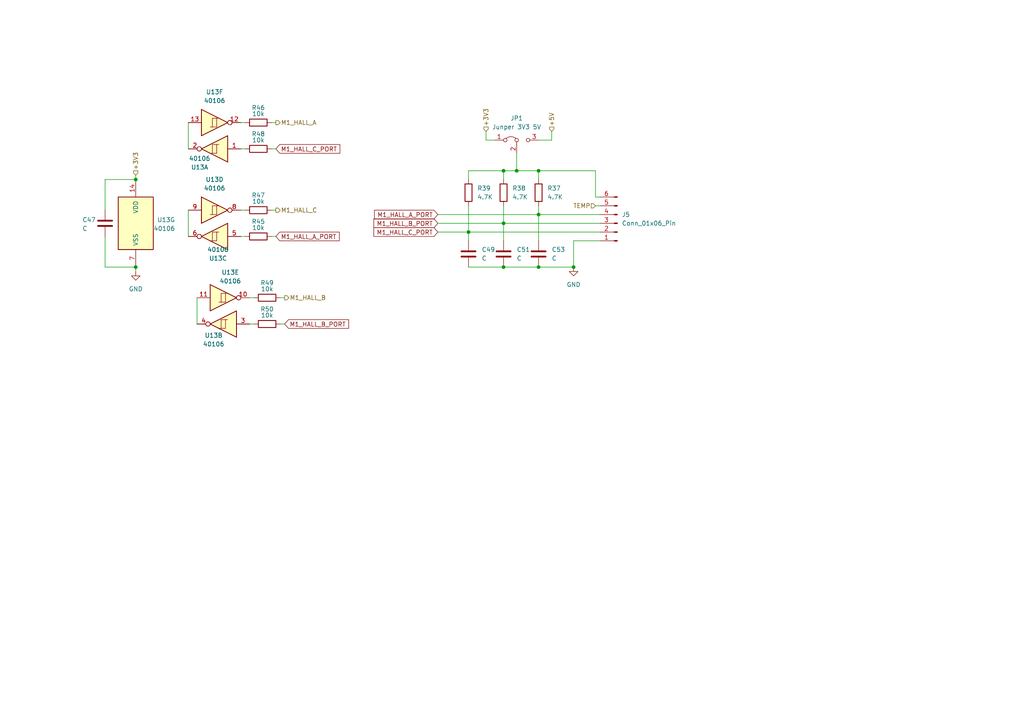
<source format=kicad_sch>
(kicad_sch (version 20250114) (generator "eeschema") (generator_version "9.0")
  (paper "A4")
  (lib_symbols
    (symbol "4xxx:40106" (pin_names (offset 1.016))
      (property "Reference" "U" (at 0 1.27 0))
      (property "Value" "40106" (at 0 -1.27 0))
      (symbol "40106_1_0"
        (polyline (pts (xy -3.81 3.81) (xy -3.81 -3.81) (xy 3.81 0) (xy -3.81 3.81)) (stroke (width 0.254)) (fill (type background)))
        (polyline (pts (xy -1.27 -1.27) (xy 0.635 -1.27) (xy 0.635 1.27) (xy 1.27 1.27)))
        (polyline (pts (xy -0.635 -1.27) (xy -0.635 1.27) (xy 0.635 1.27)))
        (pin input line (at -7.62 0 0) (length 3.81) (name "~") (number "1"))
        (pin output inverted (at 7.62 0 180) (length 3.81) (name "~") (number "2"))
      )
      (symbol "40106_2_0"
        (polyline (pts (xy -3.81 3.81) (xy -3.81 -3.81) (xy 3.81 0) (xy -3.81 3.81)) (stroke (width 0.254)) (fill (type background)))
        (polyline (pts (xy -1.27 -1.27) (xy 0.635 -1.27) (xy 0.635 1.27) (xy 1.27 1.27)))
        (polyline (pts (xy -0.635 -1.27) (xy -0.635 1.27) (xy 0.635 1.27)))
        (pin input line (at -7.62 0 0) (length 3.81) (name "~") (number "3"))
        (pin output inverted (at 7.62 0 180) (length 3.81) (name "~") (number "4"))
      )
      (symbol "40106_3_0"
        (polyline (pts (xy -3.81 3.81) (xy -3.81 -3.81) (xy 3.81 0) (xy -3.81 3.81)) (stroke (width 0.254)) (fill (type background)))
        (polyline (pts (xy -1.27 -1.27) (xy 0.635 -1.27) (xy 0.635 1.27) (xy 1.27 1.27)))
        (polyline (pts (xy -0.635 -1.27) (xy -0.635 1.27) (xy 0.635 1.27)))
        (pin input line (at -7.62 0 0) (length 3.81) (name "~") (number "5"))
        (pin output inverted (at 7.62 0 180) (length 3.81) (name "~") (number "6"))
      )
      (symbol "40106_4_0"
        (polyline (pts (xy -3.81 3.81) (xy -3.81 -3.81) (xy 3.81 0) (xy -3.81 3.81)) (stroke (width 0.254)) (fill (type background)))
        (polyline (pts (xy -1.27 -1.27) (xy 0.635 -1.27) (xy 0.635 1.27) (xy 1.27 1.27)))
        (polyline (pts (xy -0.635 -1.27) (xy -0.635 1.27) (xy 0.635 1.27)))
        (pin input line (at -7.62 0 0) (length 3.81) (name "~") (number "9"))
        (pin output inverted (at 7.62 0 180) (length 3.81) (name "~") (number "8"))
      )
      (symbol "40106_5_0"
        (polyline (pts (xy -3.81 3.81) (xy -3.81 -3.81) (xy 3.81 0) (xy -3.81 3.81)) (stroke (width 0.254)) (fill (type background)))
        (polyline (pts (xy -1.27 -1.27) (xy 0.635 -1.27) (xy 0.635 1.27) (xy 1.27 1.27)))
        (polyline (pts (xy -0.635 -1.27) (xy -0.635 1.27) (xy 0.635 1.27)))
        (pin input line (at -7.62 0 0) (length 3.81) (name "~") (number "11"))
        (pin output inverted (at 7.62 0 180) (length 3.81) (name "~") (number "10"))
      )
      (symbol "40106_6_0"
        (polyline (pts (xy -3.81 3.81) (xy -3.81 -3.81) (xy 3.81 0) (xy -3.81 3.81)) (stroke (width 0.254)) (fill (type background)))
        (polyline (pts (xy -1.27 -1.27) (xy 0.635 -1.27) (xy 0.635 1.27) (xy 1.27 1.27)))
        (polyline (pts (xy -0.635 -1.27) (xy -0.635 1.27) (xy 0.635 1.27)))
        (pin input line (at -7.62 0 0) (length 3.81) (name "~") (number "13"))
        (pin output inverted (at 7.62 0 180) (length 3.81) (name "~") (number "12"))
      )
      (symbol "40106_7_0"
        (pin power_in line (at 0 12.7 270) (length 5.08) (name "VDD") (number "14"))
        (pin power_in line (at 0 -12.7 90) (length 5.08) (name "VSS") (number "7"))
      )
      (symbol "40106_7_1"
        (rectangle (start -5.08 7.62) (end 5.08 -7.62) (stroke (width 0.254)) (fill (type background)))
      )
    )
    (symbol "Connector:Conn_01x06_Pin" (pin_names (offset 1.016) (hide yes))
      (property "Reference" "J" (at 0 7.62 0))
      (property "Value" "Conn_01x06_Pin" (at 0 -10.16 0))
      (symbol "Conn_01x06_Pin_1_1"
        (rectangle (start 0.8636 5.207) (end 0 4.953) (stroke (width 0.1524)) (fill (type outline)))
        (rectangle (start 0.8636 2.667) (end 0 2.413) (stroke (width 0.1524)) (fill (type outline)))
        (rectangle (start 0.8636 0.127) (end 0 -0.127) (stroke (width 0.1524)) (fill (type outline)))
        (rectangle (start 0.8636 -2.413) (end 0 -2.667) (stroke (width 0.1524)) (fill (type outline)))
        (rectangle (start 0.8636 -4.953) (end 0 -5.207) (stroke (width 0.1524)) (fill (type outline)))
        (rectangle (start 0.8636 -7.493) (end 0 -7.747) (stroke (width 0.1524)) (fill (type outline)))
        (polyline (pts (xy 1.27 5.08) (xy 0.8636 5.08)) (stroke (width 0.1524)))
        (polyline (pts (xy 1.27 2.54) (xy 0.8636 2.54)) (stroke (width 0.1524)))
        (polyline (pts (xy 1.27 0) (xy 0.8636 0)) (stroke (width 0.1524)))
        (polyline (pts (xy 1.27 -2.54) (xy 0.8636 -2.54)) (stroke (width 0.1524)))
        (polyline (pts (xy 1.27 -5.08) (xy 0.8636 -5.08)) (stroke (width 0.1524)))
        (polyline (pts (xy 1.27 -7.62) (xy 0.8636 -7.62)) (stroke (width 0.1524)))
        (pin passive line (at 5.08 5.08 180) (length 3.81) (name "Pin_1") (number "1"))
        (pin passive line (at 5.08 2.54 180) (length 3.81) (name "Pin_2") (number "2"))
        (pin passive line (at 5.08 0 180) (length 3.81) (name "Pin_3") (number "3"))
        (pin passive line (at 5.08 -2.54 180) (length 3.81) (name "Pin_4") (number "4"))
        (pin passive line (at 5.08 -5.08 180) (length 3.81) (name "Pin_5") (number "5"))
        (pin passive line (at 5.08 -7.62 180) (length 3.81) (name "Pin_6") (number "6"))
      )
    )
    (symbol "Device:C" (pin_numbers (hide yes)) (pin_names (offset 0.254))
      (property "Reference" "C" (at 0.635 2.54 0))
      (property "Value" "C" (at 0.635 -2.54 0))
      (symbol "C_0_1"
        (polyline (pts (xy -2.032 0.762) (xy 2.032 0.762)) (stroke (width 0.508)))
        (polyline (pts (xy -2.032 -0.762) (xy 2.032 -0.762)) (stroke (width 0.508)))
      )
      (symbol "C_1_1"
        (pin passive line (at 0 3.81 270) (length 2.794) (name "~") (number "1"))
        (pin passive line (at 0 -3.81 90) (length 2.794) (name "~") (number "2"))
      )
    )
    (symbol "Device:R" (pin_numbers (hide yes)) (pin_names (offset 0))
      (property "Reference" "R" (at 2.032 0 90))
      (property "Value" "R" (at 0 0 90))
      (symbol "R_0_1"
        (rectangle (start -1.016 -2.54) (end 1.016 2.54) (stroke (width 0.254)))
      )
      (symbol "R_1_1"
        (pin passive line (at 0 3.81 270) (length 1.27) (name "~") (number "1"))
        (pin passive line (at 0 -3.81 90) (length 1.27) (name "~") (number "2"))
      )
    )
    (symbol "Jumper:Jumper_3_Bridged12" (pin_names (offset 0) (hide yes)) (in_bom no)
      (property "Reference" "JP" (at -2.54 -2.54 0))
      (property "Value" "Jumper_3_Bridged12" (at 0 2.794 0))
      (symbol "Jumper_3_Bridged12_0_0"
        (circle (center -3.302 0) (radius 0.508))
        (circle (center 0 0) (radius 0.508))
        (circle (center 3.302 0) (radius 0.508))
      )
      (symbol "Jumper_3_Bridged12_0_1"
        (arc (start -3.048 0.508) (mid -1.651 0.9912) (end -0.254 0.508))
        (polyline (pts (xy 0 -1.27) (xy 0 -0.508)))
      )
      (symbol "Jumper_3_Bridged12_1_1"
        (pin passive line (at -6.35 0 0) (length 2.54) (name "A") (number "1"))
        (pin passive line (at 0 -3.81 90) (length 2.54) (name "C") (number "2"))
        (pin passive line (at 6.35 0 180) (length 2.54) (name "B") (number "3"))
      )
    )
    (symbol "power:GND" (power) (pin_numbers (hide yes)) (pin_names (offset 0) (hide yes))
      (property "Value" "GND" (at 0 -3.81 0))
      (symbol "GND_0_1"
        (polyline (pts (xy 0 0) (xy 0 -1.27) (xy 1.27 -1.27) (xy 0 -2.54) (xy -1.27 -1.27) (xy 0 -1.27)))
      )
      (symbol "GND_1_1"
        (pin power_in line (at 0 0 270) (length 0) (name "~") (number "1"))
      )
    )
  )
  (junction (at 39.37 77.47))
  (junction (at 146.05 49.53))
  (junction (at 146.05 64.77))
  (junction (at 146.05 77.47))
  (junction (at 135.89 67.31))
  (junction (at 156.21 49.53))
  (junction (at 156.21 62.23))
  (junction (at 149.86 49.53))
  (junction (at 39.37 52.07))
  (junction (at 166.37 77.47))
  (junction (at 156.21 77.47))
  (wire (pts (xy 156.21 77.47) (xy 166.37 77.47)))
  (wire (pts (xy 156.21 62.23) (xy 173.99 62.23)))
  (wire (pts (xy 82.55 93.98) (xy 81.28 93.98)))
  (wire (pts (xy 135.89 49.53) (xy 146.05 49.53)))
  (wire (pts (xy 156.21 40.64) (xy 160.02 40.64)))
  (wire (pts (xy 156.21 49.53) (xy 156.21 52.07)))
  (wire (pts (xy 140.97 40.64) (xy 143.51 40.64)))
  (wire (pts (xy 149.86 44.45) (xy 149.86 49.53)))
  (wire (pts (xy 146.05 59.69) (xy 146.05 64.77)))
  (wire (pts (xy 30.48 68.58) (xy 30.48 77.47)))
  (wire (pts (xy 156.21 62.23) (xy 156.21 69.85)))
  (wire (pts (xy 160.02 40.64) (xy 160.02 38.1)))
  (wire (pts (xy 166.37 69.85) (xy 173.99 69.85)))
  (wire (pts (xy 80.01 60.96) (xy 78.74 60.96)))
  (wire (pts (xy 30.48 77.47) (xy 39.37 77.47)))
  (wire (pts (xy 172.72 49.53) (xy 172.72 57.15)))
  (wire (pts (xy 72.39 93.98) (xy 73.66 93.98)))
  (wire (pts (xy 39.37 78.74) (xy 39.37 77.47)))
  (wire (pts (xy 146.05 77.47) (xy 156.21 77.47)))
  (wire (pts (xy 54.61 35.56) (xy 54.61 43.18)))
  (wire (pts (xy 127 67.31) (xy 135.89 67.31)))
  (wire (pts (xy 30.48 60.96) (xy 30.48 52.07)))
  (wire (pts (xy 166.37 69.85) (xy 166.37 77.47)))
  (wire (pts (xy 135.89 49.53) (xy 135.89 52.07)))
  (wire (pts (xy 135.89 59.69) (xy 135.89 67.31)))
  (wire (pts (xy 30.48 52.07) (xy 39.37 52.07)))
  (wire (pts (xy 69.85 35.56) (xy 71.12 35.56)))
  (wire (pts (xy 81.28 86.36) (xy 82.55 86.36)))
  (wire (pts (xy 156.21 59.69) (xy 156.21 62.23)))
  (wire (pts (xy 80.01 43.18) (xy 78.74 43.18)))
  (wire (pts (xy 135.89 67.31) (xy 135.89 69.85)))
  (wire (pts (xy 146.05 64.77) (xy 173.99 64.77)))
  (wire (pts (xy 80.01 68.58) (xy 78.74 68.58)))
  (wire (pts (xy 140.97 38.1) (xy 140.97 40.64)))
  (wire (pts (xy 146.05 49.53) (xy 146.05 52.07)))
  (wire (pts (xy 71.12 43.18) (xy 69.85 43.18)))
  (wire (pts (xy 156.21 49.53) (xy 172.72 49.53)))
  (wire (pts (xy 135.89 67.31) (xy 173.99 67.31)))
  (wire (pts (xy 72.39 86.36) (xy 73.66 86.36)))
  (wire (pts (xy 57.15 86.36) (xy 57.15 93.98)))
  (wire (pts (xy 71.12 68.58) (xy 69.85 68.58)))
  (wire (pts (xy 54.61 60.96) (xy 54.61 68.58)))
  (wire (pts (xy 149.86 49.53) (xy 156.21 49.53)))
  (wire (pts (xy 39.37 50.8) (xy 39.37 52.07)))
  (wire (pts (xy 172.72 59.69) (xy 173.99 59.69)))
  (wire (pts (xy 71.12 60.96) (xy 69.85 60.96)))
  (wire (pts (xy 172.72 57.15) (xy 173.99 57.15)))
  (wire (pts (xy 127 64.77) (xy 146.05 64.77)))
  (wire (pts (xy 78.74 35.56) (xy 80.01 35.56)))
  (wire (pts (xy 135.89 77.47) (xy 146.05 77.47)))
  (wire (pts (xy 146.05 64.77) (xy 146.05 69.85)))
  (wire (pts (xy 146.05 49.53) (xy 149.86 49.53)))
  (wire (pts (xy 127 62.23) (xy 156.21 62.23)))
  (global_label "M1_HALL_C_PORT" (shape input) (at 127 67.31 180) (property "Intersheetrefs" "${INTERSHEET_REFS}" (effects (hide yes))))
  (global_label "M1_HALL_B_PORT" (shape input) (at 82.55 93.98 0) (property "Intersheetrefs" "${INTERSHEET_REFS}" (effects (hide yes))))
  (global_label "M1_HALL_C_PORT" (shape input) (at 80.01 43.18 0) (property "Intersheetrefs" "${INTERSHEET_REFS}" (effects (hide yes))))
  (global_label "M1_HALL_B_PORT" (shape input) (at 127 64.77 180) (property "Intersheetrefs" "${INTERSHEET_REFS}" (effects (hide yes))))
  (global_label "M1_HALL_A_PORT" (shape input) (at 80.01 68.58 0) (property "Intersheetrefs" "${INTERSHEET_REFS}" (effects (hide yes))))
  (global_label "M1_HALL_A_PORT" (shape input) (at 127 62.23 180) (property "Intersheetrefs" "${INTERSHEET_REFS}" (effects (hide yes))))
  (hierarchical_label "M1_HALL_A" (shape output) (at 80.01 35.56 0))
  (hierarchical_label "+3V3" (shape input) (at 140.97 38.1 90))
  (hierarchical_label "TEMP" (shape input) (at 172.72 59.69 180))
  (hierarchical_label "+5V" (shape input) (at 160.02 38.1 90))
  (hierarchical_label "+3V3" (shape input) (at 39.37 50.8 90))
  (hierarchical_label "M1_HALL_C" (shape output) (at 80.01 60.96 0))
  (hierarchical_label "M1_HALL_B" (shape output) (at 82.55 86.36 0))
  (symbol (lib_id "Device:R") (at 156.21 55.88 0) (unit 1)
    (property "Reference" "R37" (at 158.75 54.6099 0) (effects (justify left)))
    (property "Value" "4.7K" (at 158.75 57.1499 0) (effects (justify left)))
    (property "Footprint" "Resistor_SMD:R_0402_1005Metric" (effects (hide yes)))
    (property "Description" "Resistor" (effects (hide yes)))
  )
  (symbol (lib_id "4xxx:40106") (at 64.77 86.36 0) (unit 5)
    (property "Reference" "U13" (at 66.802 78.994 0))
    (property "Value" "40106" (at 66.802 81.534 0))
    (property "Footprint" "Package_DIP:DIP-14_W7.62mm_SMDSocket_SmallPads" (effects (hide yes)))
    (property "Datasheet" "https://assets.nexperia.com/documents/data-sheet/HEF40106B.pdf" (effects (hide yes)))
    (property "Description" "Hex Schmitt trigger inverter" (effects (hide yes)))
  )
  (symbol (lib_id "Connector:Conn_01x06_Pin") (at 179.07 64.77 180) (unit 1)
    (property "Reference" "J5" (at 180.34 62.2299 0) (effects (justify right)))
    (property "Value" "Conn_01x06_Pin" (at 180.34 64.7699 0) (effects (justify right)))
    (property "Footprint" "Connector_JST:JST_EH_B6B-EH-A_1x06_P2.50mm_Vertical" (effects (hide yes)))
    (property "Description" "Generic connector, single row, 01x06, script generated" (effects (hide yes)))
  )
  (symbol (lib_id "Device:C") (at 135.89 73.66 0) (unit 1)
    (property "Reference" "C49" (at 139.7 72.3899 0) (effects (justify left)))
    (property "Value" "C" (at 139.7 74.9299 0) (effects (justify left)))
    (property "Footprint" "Capacitor_SMD:C_0402_1005Metric" (effects (hide yes)))
    (property "Description" "Unpolarized capacitor" (effects (hide yes)))
  )
  (symbol (lib_id "Jumper:Jumper_3_Bridged12") (at 149.86 40.64 0) (unit 1) (in_bom no)
    (property "Reference" "JP1" (at 149.86 34.29 0))
    (property "Value" "Junper 3V3 5V" (at 149.86 36.83 0))
    (property "Footprint" "Jumper:SolderJumper-3_P1.3mm_Open_RoundedPad1.0x1.5mm_NumberLabels" (effects (hide yes)))
    (property "Description" "Jumper, 3-pole, pins 1+2 closed/bridged" (effects (hide yes)))
  )
  (symbol (lib_id "4xxx:40106") (at 62.23 35.56 0) (unit 6)
    (property "Reference" "U13" (at 62.23 26.67 0))
    (property "Value" "40106" (at 62.23 29.21 0))
    (property "Footprint" "Package_DIP:DIP-14_W7.62mm_SMDSocket_SmallPads" (effects (hide yes)))
    (property "Datasheet" "https://assets.nexperia.com/documents/data-sheet/HEF40106B.pdf" (effects (hide yes)))
    (property "Description" "Hex Schmitt trigger inverter" (effects (hide yes)))
  )
  (symbol (lib_id "4xxx:40106") (at 62.23 68.58 180) (unit 3)
    (property "Reference" "U13" (at 63.246 74.93 0))
    (property "Value" "40106" (at 63.246 72.39 0))
    (property "Footprint" "Package_DIP:DIP-14_W7.62mm_SMDSocket_SmallPads" (effects (hide yes)))
    (property "Datasheet" "https://assets.nexperia.com/documents/data-sheet/HEF40106B.pdf" (effects (hide yes)))
    (property "Description" "Hex Schmitt trigger inverter" (effects (hide yes)))
  )
  (symbol (lib_id "Device:C") (at 146.05 73.66 0) (unit 1)
    (property "Reference" "C51" (at 149.86 72.3899 0) (effects (justify left)))
    (property "Value" "C" (at 149.86 74.9299 0) (effects (justify left)))
    (property "Footprint" "Capacitor_SMD:C_0402_1005Metric" (effects (hide yes)))
    (property "Description" "Unpolarized capacitor" (effects (hide yes)))
  )
  (symbol (lib_id "4xxx:40106") (at 62.23 43.18 180) (unit 1)
    (property "Reference" "U13" (at 57.912 48.514 0))
    (property "Value" "40106" (at 57.912 45.974 0))
    (property "Footprint" "Package_DIP:DIP-14_W7.62mm_SMDSocket_SmallPads" (effects (hide yes)))
    (property "Datasheet" "https://assets.nexperia.com/documents/data-sheet/HEF40106B.pdf" (effects (hide yes)))
    (property "Description" "Hex Schmitt trigger inverter" (effects (hide yes)))
  )
  (symbol (lib_id "Device:R") (at 146.05 55.88 0) (unit 1)
    (property "Reference" "R38" (at 148.59 54.6099 0) (effects (justify left)))
    (property "Value" "4.7K" (at 148.59 57.1499 0) (effects (justify left)))
    (property "Footprint" "Resistor_SMD:R_0402_1005Metric" (effects (hide yes)))
    (property "Description" "Resistor" (effects (hide yes)))
  )
  (symbol (lib_id "power:GND") (at 39.37 78.74 0) (unit 1)
    (property "Reference" "#PWR023" (effects (hide yes)))
    (property "Value" "GND" (at 39.37 83.82 0))
    (property "Description" "Power symbol creates a global label with name \"GND\" , ground" (effects (hide yes)))
  )
  (symbol (lib_id "4xxx:40106") (at 62.23 60.96 0) (unit 4)
    (property "Reference" "U13" (at 62.23 52.07 0))
    (property "Value" "40106" (at 62.23 54.61 0))
    (property "Footprint" "Package_DIP:DIP-14_W7.62mm_SMDSocket_SmallPads" (effects (hide yes)))
    (property "Datasheet" "https://assets.nexperia.com/documents/data-sheet/HEF40106B.pdf" (effects (hide yes)))
    (property "Description" "Hex Schmitt trigger inverter" (effects (hide yes)))
  )
  (symbol (lib_id "Device:R") (at 135.89 55.88 0) (unit 1)
    (property "Reference" "R39" (at 138.43 54.6099 0) (effects (justify left)))
    (property "Value" "4.7K" (at 138.43 57.1499 0) (effects (justify left)))
    (property "Footprint" "Resistor_SMD:R_0402_1005Metric" (effects (hide yes)))
    (property "Description" "Resistor" (effects (hide yes)))
  )
  (symbol (lib_id "Device:R") (at 77.47 86.36 270) (unit 1)
    (property "Reference" "R49" (at 77.47 82.042 90))
    (property "Value" "10k" (at 77.47 83.82 90))
    (property "Footprint" "Resistor_SMD:R_0402_1005Metric" (effects (hide yes)))
  )
  (symbol (lib_id "Device:R") (at 77.47 93.98 270) (unit 1)
    (property "Reference" "R50" (at 77.47 89.662 90))
    (property "Value" "10k" (at 77.47 91.44 90))
    (property "Footprint" "Resistor_SMD:R_0402_1005Metric" (effects (hide yes)))
  )
  (symbol (lib_id "Device:C") (at 156.21 73.66 0) (unit 1)
    (property "Reference" "C53" (at 160.02 72.3899 0) (effects (justify left)))
    (property "Value" "C" (at 160.02 74.9299 0) (effects (justify left)))
    (property "Footprint" "Capacitor_SMD:C_0402_1005Metric" (effects (hide yes)))
    (property "Description" "Unpolarized capacitor" (effects (hide yes)))
  )
  (symbol (lib_id "4xxx:40106") (at 64.77 93.98 180) (unit 2)
    (property "Reference" "U13" (at 61.976 97.282 0))
    (property "Value" "40106" (at 61.976 99.822 0))
    (property "Footprint" "Package_DIP:DIP-14_W7.62mm_SMDSocket_SmallPads" (effects (hide yes)))
    (property "Datasheet" "https://assets.nexperia.com/documents/data-sheet/HEF40106B.pdf" (effects (hide yes)))
    (property "Description" "Hex Schmitt trigger inverter" (effects (hide yes)))
  )
  (symbol (lib_id "Device:R") (at 74.93 43.18 270) (unit 1)
    (property "Reference" "R48" (at 74.93 38.862 90))
    (property "Value" "10k" (at 74.93 40.64 90))
    (property "Footprint" "Resistor_SMD:R_0402_1005Metric" (effects (hide yes)))
  )
  (symbol (lib_id "Device:R") (at 74.93 68.58 270) (unit 1)
    (property "Reference" "R45" (at 74.93 64.262 90))
    (property "Value" "10k" (at 74.93 66.04 90))
    (property "Footprint" "Resistor_SMD:R_0402_1005Metric" (effects (hide yes)))
  )
  (symbol (lib_id "power:GND") (at 166.37 77.47 0) (unit 1)
    (property "Reference" "#PWR047" (effects (hide yes)))
    (property "Value" "GND" (at 166.37 82.55 0))
    (property "Description" "Power symbol creates a global label with name \"GND\" , ground" (effects (hide yes)))
  )
  (symbol (lib_id "Device:C") (at 30.48 64.77 0) (unit 1)
    (property "Reference" "C47" (at 23.876 63.754 0) (effects (justify left)))
    (property "Value" "C" (at 23.876 66.294 0) (effects (justify left)))
    (property "Footprint" "Capacitor_SMD:C_0402_1005Metric" (effects (hide yes)))
    (property "Description" "Unpolarized capacitor" (effects (hide yes)))
  )
  (symbol (lib_id "Device:R") (at 74.93 35.56 270) (unit 1)
    (property "Reference" "R46" (at 74.93 31.242 90))
    (property "Value" "10k" (at 74.93 33.02 90))
    (property "Footprint" "Resistor_SMD:R_0402_1005Metric" (effects (hide yes)))
  )
  (symbol (lib_id "4xxx:40106") (at 39.37 64.77 0) (mirror y) (unit 7)
    (property "Reference" "U13" (at 50.8 63.754 0) (effects (justify left)))
    (property "Value" "40106" (at 50.8 66.294 0) (effects (justify left)))
    (property "Footprint" "Package_DIP:DIP-14_W7.62mm_SMDSocket_SmallPads" (effects (hide yes)))
    (property "Datasheet" "https://assets.nexperia.com/documents/data-sheet/HEF40106B.pdf" (effects (hide yes)))
    (property "Description" "Hex Schmitt trigger inverter" (effects (hide yes)))
  )
  (symbol (lib_id "Device:R") (at 74.93 60.96 270) (unit 1)
    (property "Reference" "R47" (at 74.93 56.642 90))
    (property "Value" "10k" (at 74.93 58.42 90))
    (property "Footprint" "Resistor_SMD:R_0402_1005Metric" (effects (hide yes)))
  )
)
</source>
